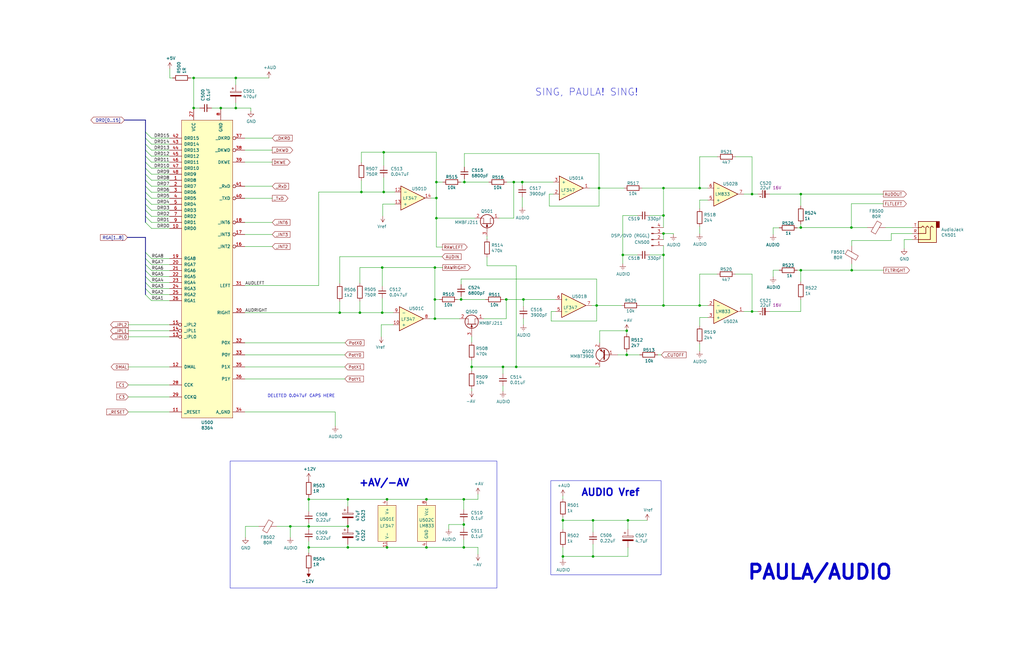
<source format=kicad_sch>
(kicad_sch (version 20230121) (generator eeschema)
  (paper "B")
  (title_block (title "AMIGA PCI") (date "2023-12-31") (rev "1"))
  (junction (at 216.662 76.835))
  (junction (at 220.218 76.835))
  (junction (at 184.023 76.835))
  (junction (at 130.175 210.693))
  (junction (at 337.693 81.915))
  (junction (at 213.487 126.365))
  (junction (at 146.685 210.693))
  (junction (at 279.781 128.905))
  (junction (at 317.119 131.445))
  (junction (at 122.428 222.123))
  (junction (at 295.021 79.375))
  (junction (at 93.091 45.593))
  (junction (at 161.798 81.026))
  (junction (at 130.175 231.013))
  (junction (at 262.636 107.569))
  (junction (at 220.726 126.365))
  (junction (at 81.661 32.893))
  (junction (at 250.063 234.823))
  (junction (at 264.795 219.583))
  (junction (at 163.195 210.693))
  (junction (at 212.09 154.813))
  (junction (at 161.163 131.953))
  (junction (at 237.363 219.583))
  (junction (at 217.678 154.813))
  (junction (at 317.119 81.915))
  (junction (at 195.58 231.013))
  (junction (at 130.175 222.123))
  (junction (at 99.441 45.593))
  (junction (at 81.661 45.593))
  (junction (at 194.437 126.365))
  (junction (at 337.693 96.012))
  (junction (at 183.388 126.365))
  (junction (at 146.685 222.123))
  (junction (at 99.441 32.893))
  (junction (at 279.781 79.375))
  (junction (at 237.363 234.823))
  (junction (at 195.834 76.835))
  (junction (at 183.388 134.493))
  (junction (at 163.195 231.013))
  (junction (at 264.287 139.573))
  (junction (at 195.58 221.361))
  (junction (at 183.388 112.903))
  (junction (at 359.156 114.046))
  (junction (at 152.4 81.026))
  (junction (at 279.781 90.932))
  (junction (at 184.023 92.075))
  (junction (at 359.029 96.012))
  (junction (at 337.693 114.046))
  (junction (at 179.832 231.013))
  (junction (at 151.765 131.953))
  (junction (at 279.781 107.569))
  (junction (at 264.287 149.733))
  (junction (at 279.781 98.552))
  (junction (at 161.163 112.903))
  (junction (at 250.063 219.583))
  (junction (at 252.603 79.375))
  (junction (at 146.685 231.013))
  (junction (at 251.587 128.905))
  (junction (at 161.798 64.262))
  (junction (at 179.832 210.693))
  (junction (at 184.023 83.566))
  (junction (at 198.882 154.813))
  (junction (at 295.021 128.905))
  (junction (at 195.58 210.693))
  (junction (at 143.256 131.953))
  (bus_entry (at 63.881 65.913) (size -2.54 -2.54))
  (bus_entry (at 63.881 88.773) (size -2.54 -2.54))
  (bus_entry (at 63.881 60.833) (size -2.54 -2.54))
  (bus_entry (at 63.881 114.173) (size -2.54 -2.54))
  (bus_entry (at 63.881 119.253) (size -2.54 -2.54))
  (bus_entry (at 63.881 83.693) (size -2.54 -2.54))
  (bus_entry (at 63.881 76.073) (size -2.54 -2.54))
  (bus_entry (at 63.881 91.313) (size -2.54 -2.54))
  (bus_entry (at 63.881 81.153) (size -2.54 -2.54))
  (bus_entry (at 63.881 63.373) (size -2.54 -2.54))
  (bus_entry (at 63.881 111.633) (size -2.54 -2.54))
  (bus_entry (at 63.881 73.533) (size -2.54 -2.54))
  (bus_entry (at 63.881 58.293) (size -2.54 -2.54))
  (bus_entry (at 63.881 68.453) (size -2.54 -2.54))
  (bus_entry (at 63.881 124.333) (size -2.54 -2.54))
  (bus_entry (at 63.881 86.233) (size -2.54 -2.54))
  (bus_entry (at 63.881 121.793) (size -2.54 -2.54))
  (bus_entry (at 63.881 96.393) (size -2.54 -2.54))
  (bus_entry (at 63.881 78.613) (size -2.54 -2.54))
  (bus_entry (at 63.881 109.093) (size -2.54 -2.54))
  (bus_entry (at 63.881 126.873) (size -2.54 -2.54))
  (bus_entry (at 63.881 116.713) (size -2.54 -2.54))
  (bus_entry (at 63.881 93.853) (size -2.54 -2.54))
  (bus_entry (at 63.881 70.993) (size -2.54 -2.54))
  (wire (pts (xy 54.102 142.113) (xy 71.501 142.113)))
  (wire (pts (xy 99.441 45.593) (xy 99.441 43.434)))
  (wire (pts (xy 130.175 210.693) (xy 146.685 210.693)))
  (wire (pts (xy 146.685 221.361) (xy 146.685 222.123)))
  (wire (pts (xy 337.693 96.012) (xy 359.029 96.012)))
  (wire (pts (xy 317.119 81.915) (xy 317.119 66.167)))
  (wire (pts (xy 250.063 229.616) (xy 250.063 234.823)))
  (wire (pts (xy 71.501 124.333) (xy 63.881 124.333)))
  (wire (pts (xy 210.439 92.075) (xy 216.662 92.075)))
  (bus (pts (xy 61.341 63.373) (xy 61.341 65.913)))
  (wire (pts (xy 183.388 112.903) (xy 161.163 112.903)))
  (wire (pts (xy 103.505 222.123) (xy 109.093 222.123)))
  (bus (pts (xy 61.341 81.153) (xy 61.341 83.693)))
  (wire (pts (xy 217.678 154.813) (xy 252.857 154.813)))
  (bus (pts (xy 61.341 88.773) (xy 61.341 91.313)))
  (bus (pts (xy 61.341 106.553) (xy 61.341 109.093)))
  (wire (pts (xy 183.388 134.493) (xy 183.388 126.365)))
  (wire (pts (xy 212.09 162.814) (xy 212.09 165.1)))
  (wire (pts (xy 103.251 173.863) (xy 141.351 173.863)))
  (wire (pts (xy 381.254 101.092) (xy 381.254 104.902)))
  (wire (pts (xy 264.287 148.463) (xy 264.287 149.733)))
  (wire (pts (xy 205.359 112.141) (xy 217.678 112.141)))
  (wire (pts (xy 71.501 65.913) (xy 63.881 65.913)))
  (wire (pts (xy 161.798 81.026) (xy 166.497 81.026)))
  (wire (pts (xy 71.501 63.373) (xy 63.881 63.373)))
  (bus (pts (xy 61.341 50.673) (xy 61.341 55.753)))
  (wire (pts (xy 184.023 92.075) (xy 184.023 104.267)))
  (wire (pts (xy 295.021 66.167) (xy 295.021 79.375)))
  (wire (pts (xy 336.169 114.046) (xy 337.693 114.046)))
  (wire (pts (xy 184.023 83.566) (xy 184.023 92.075)))
  (wire (pts (xy 216.662 76.835) (xy 220.218 76.835)))
  (wire (pts (xy 161.798 74.93) (xy 161.798 81.026)))
  (wire (pts (xy 359.156 101.473) (xy 375.793 101.473)))
  (wire (pts (xy 54.102 173.863) (xy 71.501 173.863)))
  (wire (pts (xy 71.501 93.853) (xy 63.881 93.853)))
  (wire (pts (xy 262.636 107.569) (xy 268.859 107.569)))
  (wire (pts (xy 183.388 126.365) (xy 185.293 126.365)))
  (wire (pts (xy 237.363 219.583) (xy 237.363 223.393)))
  (wire (pts (xy 103.251 154.813) (xy 145.415 154.813)))
  (wire (pts (xy 302.514 66.167) (xy 295.021 66.167)))
  (wire (pts (xy 262.636 111.252) (xy 262.636 107.569)))
  (wire (pts (xy 359.156 114.046) (xy 359.156 111.379)))
  (wire (pts (xy 234.315 131.445) (xy 232.41 131.445)))
  (wire (pts (xy 212.09 154.813) (xy 212.09 157.734)))
  (wire (pts (xy 152.4 64.262) (xy 161.798 64.262)))
  (wire (pts (xy 195.58 210.693) (xy 201.549 210.693)))
  (wire (pts (xy 279.781 107.569) (xy 279.781 128.905)))
  (wire (pts (xy 302.387 115.697) (xy 295.021 115.697)))
  (wire (pts (xy 295.021 133.985) (xy 295.021 137.541)))
  (wire (pts (xy 130.175 222.123) (xy 146.685 222.123)))
  (wire (pts (xy 313.69 81.915) (xy 317.119 81.915)))
  (wire (pts (xy 231.648 81.915) (xy 233.299 81.915)))
  (wire (pts (xy 152.4 68.58) (xy 152.4 64.262)))
  (wire (pts (xy 71.628 32.893) (xy 72.771 32.893)))
  (wire (pts (xy 203.962 134.493) (xy 213.487 134.493)))
  (wire (pts (xy 198.882 142.113) (xy 198.882 144.399)))
  (wire (pts (xy 375.793 98.552) (xy 384.683 98.552)))
  (wire (pts (xy 250.063 234.823) (xy 264.795 234.823)))
  (wire (pts (xy 295.021 79.375) (xy 298.45 79.375)))
  (wire (pts (xy 151.765 131.953) (xy 161.163 131.953)))
  (wire (pts (xy 268.859 90.932) (xy 262.636 90.932)))
  (wire (pts (xy 71.501 86.233) (xy 63.881 86.233)))
  (wire (pts (xy 130.175 210.693) (xy 130.175 215.773)))
  (wire (pts (xy 183.388 112.903) (xy 183.388 126.365)))
  (wire (pts (xy 269.748 128.905) (xy 279.781 128.905)))
  (wire (pts (xy 122.428 222.123) (xy 116.713 222.123)))
  (wire (pts (xy 146.685 231.013) (xy 163.195 231.013)))
  (wire (pts (xy 130.175 209.931) (xy 130.175 210.693)))
  (wire (pts (xy 273.939 107.569) (xy 279.781 107.569)))
  (bus (pts (xy 61.341 73.533) (xy 61.341 76.073)))
  (wire (pts (xy 195.834 76.835) (xy 206.121 76.835)))
  (wire (pts (xy 181.737 83.566) (xy 184.023 83.566)))
  (wire (pts (xy 195.834 64.77) (xy 252.603 64.77)))
  (wire (pts (xy 237.363 218.186) (xy 237.363 219.583)))
  (wire (pts (xy 146.685 231.013) (xy 130.175 231.013)))
  (wire (pts (xy 373.38 96.012) (xy 384.683 96.012)))
  (wire (pts (xy 152.4 81.026) (xy 161.798 81.026)))
  (wire (pts (xy 161.417 86.106) (xy 161.417 91.186)))
  (wire (pts (xy 183.388 134.493) (xy 193.802 134.493)))
  (wire (pts (xy 184.023 83.566) (xy 184.023 76.835)))
  (wire (pts (xy 184.023 76.835) (xy 184.023 64.262)))
  (wire (pts (xy 359.029 96.012) (xy 359.029 85.979)))
  (wire (pts (xy 252.603 79.375) (xy 252.603 64.77)))
  (wire (pts (xy 143.256 131.953) (xy 151.765 131.953)))
  (wire (pts (xy 317.119 115.697) (xy 310.007 115.697)))
  (wire (pts (xy 264.795 219.583) (xy 272.923 219.583)))
  (wire (pts (xy 152.4 76.2) (xy 152.4 81.026)))
  (wire (pts (xy 250.063 224.536) (xy 250.063 219.583)))
  (wire (pts (xy 252.857 139.573) (xy 264.287 139.573)))
  (wire (pts (xy 71.501 83.693) (xy 63.881 83.693)))
  (wire (pts (xy 231.648 81.915) (xy 231.648 86.995)))
  (wire (pts (xy 237.363 236.093) (xy 237.363 234.823)))
  (wire (pts (xy 114.808 98.933) (xy 103.251 98.933)))
  (wire (pts (xy 326.009 96.139) (xy 326.009 98.933)))
  (wire (pts (xy 71.501 76.073) (xy 63.881 76.073)))
  (wire (pts (xy 81.661 32.893) (xy 99.441 32.893)))
  (wire (pts (xy 151.765 127.127) (xy 151.765 131.953)))
  (wire (pts (xy 103.251 144.653) (xy 145.542 144.653)))
  (wire (pts (xy 217.678 112.141) (xy 217.678 154.813)))
  (wire (pts (xy 184.023 76.835) (xy 186.69 76.835)))
  (wire (pts (xy 279.781 79.375) (xy 295.021 79.375)))
  (wire (pts (xy 279.781 90.932) (xy 279.781 79.375)))
  (wire (pts (xy 248.539 79.375) (xy 252.603 79.375)))
  (wire (pts (xy 337.693 96.139) (xy 337.693 96.012)))
  (wire (pts (xy 295.021 84.455) (xy 295.021 88.011)))
  (wire (pts (xy 220.726 134.366) (xy 220.726 137.033)))
  (wire (pts (xy 195.58 227.711) (xy 195.58 231.013)))
  (wire (pts (xy 184.023 104.267) (xy 186.563 104.267)))
  (bus (pts (xy 61.341 65.913) (xy 61.341 68.453)))
  (wire (pts (xy 220.218 83.185) (xy 220.218 87.503)))
  (wire (pts (xy 186.436 108.331) (xy 143.256 108.331)))
  (wire (pts (xy 194.437 126.365) (xy 204.724 126.365)))
  (wire (pts (xy 317.119 66.167) (xy 310.134 66.167)))
  (wire (pts (xy 359.029 85.979) (xy 372.491 85.979)))
  (bus (pts (xy 61.341 50.673) (xy 52.451 50.673)))
  (wire (pts (xy 71.501 126.873) (xy 63.881 126.873)))
  (bus (pts (xy 61.341 70.993) (xy 61.341 73.533)))
  (wire (pts (xy 264.287 149.733) (xy 269.748 149.733)))
  (wire (pts (xy 232.41 135.509) (xy 251.587 135.509)))
  (wire (pts (xy 359.156 114.046) (xy 372.618 114.046)))
  (wire (pts (xy 264.795 223.393) (xy 264.795 219.583)))
  (wire (pts (xy 130.175 222.123) (xy 130.175 223.393)))
  (wire (pts (xy 54.102 139.573) (xy 71.501 139.573)))
  (wire (pts (xy 103.505 222.123) (xy 103.505 226.822)))
  (wire (pts (xy 194.437 125.095) (xy 194.437 126.365)))
  (wire (pts (xy 130.175 233.299) (xy 130.175 231.013)))
  (wire (pts (xy 80.391 32.893) (xy 81.661 32.893)))
  (wire (pts (xy 71.501 88.773) (xy 63.881 88.773)))
  (wire (pts (xy 143.256 127.254) (xy 143.256 131.953)))
  (wire (pts (xy 71.501 73.533) (xy 63.881 73.533)))
  (wire (pts (xy 195.58 231.013) (xy 201.549 231.013)))
  (wire (pts (xy 326.009 114.046) (xy 326.009 116.84)))
  (wire (pts (xy 252.603 79.375) (xy 263.144 79.375)))
  (wire (pts (xy 122.428 222.123) (xy 122.428 226.822)))
  (wire (pts (xy 250.063 219.583) (xy 264.795 219.583)))
  (wire (pts (xy 337.693 114.046) (xy 359.156 114.046)))
  (wire (pts (xy 114.808 63.373) (xy 103.251 63.373)))
  (wire (pts (xy 161.163 125.857) (xy 161.163 131.953)))
  (wire (pts (xy 237.363 234.823) (xy 250.063 234.823)))
  (wire (pts (xy 220.726 126.365) (xy 234.315 126.365)))
  (bus (pts (xy 61.341 91.313) (xy 61.341 93.853)))
  (wire (pts (xy 270.764 79.375) (xy 279.781 79.375)))
  (wire (pts (xy 99.441 35.814) (xy 99.441 32.893)))
  (wire (pts (xy 146.685 210.693) (xy 163.195 210.693)))
  (wire (pts (xy 71.501 109.093) (xy 63.881 109.093)))
  (wire (pts (xy 359.029 96.012) (xy 365.76 96.012)))
  (wire (pts (xy 279.781 90.932) (xy 279.781 96.012)))
  (wire (pts (xy 114.808 83.693) (xy 103.251 83.693)))
  (wire (pts (xy 146.685 210.693) (xy 146.685 213.741)))
  (wire (pts (xy 163.195 231.013) (xy 179.832 231.013)))
  (wire (pts (xy 161.163 131.953) (xy 165.862 131.953)))
  (wire (pts (xy 198.882 154.813) (xy 212.09 154.813)))
  (wire (pts (xy 201.549 231.013) (xy 201.549 233.934)))
  (wire (pts (xy 279.781 98.552) (xy 283.972 98.552)))
  (wire (pts (xy 328.549 96.139) (xy 326.009 96.139)))
  (wire (pts (xy 114.808 68.453) (xy 103.251 68.453)))
  (wire (pts (xy 161.163 112.903) (xy 151.765 112.903)))
  (bus (pts (xy 61.341 58.293) (xy 61.341 60.833)))
  (wire (pts (xy 54.102 154.813) (xy 71.501 154.813)))
  (wire (pts (xy 262.636 90.932) (xy 262.636 107.569)))
  (wire (pts (xy 71.501 60.833) (xy 63.881 60.833)))
  (wire (pts (xy 359.156 103.759) (xy 359.156 101.473)))
  (wire (pts (xy 130.175 231.013) (xy 130.175 228.473)))
  (bus (pts (xy 61.341 60.833) (xy 61.341 63.373)))
  (wire (pts (xy 166.497 86.106) (xy 161.417 86.106)))
  (wire (pts (xy 298.45 84.455) (xy 295.021 84.455)))
  (wire (pts (xy 114.808 78.613) (xy 103.251 78.613)))
  (wire (pts (xy 231.648 86.995) (xy 252.603 86.995)))
  (bus (pts (xy 61.341 100.203) (xy 53.721 100.203)))
  (wire (pts (xy 298.45 133.985) (xy 295.021 133.985)))
  (wire (pts (xy 103.251 159.893) (xy 145.415 159.893)))
  (wire (pts (xy 375.793 101.473) (xy 375.793 98.552)))
  (wire (pts (xy 71.501 119.253) (xy 63.881 119.253)))
  (wire (pts (xy 337.693 86.868) (xy 337.693 81.915)))
  (wire (pts (xy 220.218 78.105) (xy 220.218 76.835)))
  (wire (pts (xy 163.195 210.693) (xy 179.832 210.693)))
  (wire (pts (xy 337.693 126.492) (xy 337.693 131.445)))
  (wire (pts (xy 134.366 81.026) (xy 152.4 81.026)))
  (wire (pts (xy 179.832 210.693) (xy 195.58 210.693)))
  (wire (pts (xy 71.501 70.993) (xy 63.881 70.993)))
  (wire (pts (xy 189.23 221.361) (xy 189.23 223.266)))
  (wire (pts (xy 279.781 90.932) (xy 273.939 90.932)))
  (wire (pts (xy 317.119 131.445) (xy 317.119 115.697)))
  (wire (pts (xy 279.781 98.552) (xy 279.781 101.092)))
  (wire (pts (xy 195.58 220.091) (xy 195.58 221.361)))
  (wire (pts (xy 184.023 92.075) (xy 200.279 92.075)))
  (wire (pts (xy 189.23 221.361) (xy 195.58 221.361)))
  (wire (pts (xy 141.351 179.832) (xy 141.351 173.863)))
  (wire (pts (xy 198.882 152.019) (xy 198.882 154.813)))
  (wire (pts (xy 295.021 115.697) (xy 295.021 128.905)))
  (wire (pts (xy 71.501 78.613) (xy 63.881 78.613)))
  (bus (pts (xy 61.341 121.793) (xy 61.341 124.333)))
  (wire (pts (xy 324.612 131.445) (xy 337.693 131.445)))
  (wire (pts (xy 324.612 81.915) (xy 337.693 81.915)))
  (wire (pts (xy 237.363 209.296) (xy 237.363 210.566)))
  (wire (pts (xy 179.832 231.013) (xy 195.58 231.013)))
  (wire (pts (xy 216.662 76.835) (xy 213.741 76.835)))
  (wire (pts (xy 220.726 129.286) (xy 220.726 126.365)))
  (wire (pts (xy 103.251 131.953) (xy 143.256 131.953)))
  (wire (pts (xy 336.169 96.139) (xy 337.693 96.139)))
  (wire (pts (xy 195.834 70.485) (xy 195.834 64.77)))
  (wire (pts (xy 337.693 114.046) (xy 337.693 118.872)))
  (wire (pts (xy 205.359 99.695) (xy 205.359 100.838)))
  (wire (pts (xy 181.102 134.493) (xy 183.388 134.493)))
  (wire (pts (xy 161.798 64.262) (xy 161.798 69.85)))
  (wire (pts (xy 71.501 68.453) (xy 63.881 68.453)))
  (bus (pts (xy 61.341 86.233) (xy 61.341 88.773)))
  (wire (pts (xy 183.388 112.903) (xy 186.69 112.903)))
  (wire (pts (xy 237.363 231.013) (xy 237.363 234.823)))
  (wire (pts (xy 295.021 95.631) (xy 295.021 98.679)))
  (wire (pts (xy 146.685 231.013) (xy 146.685 229.743)))
  (wire (pts (xy 114.808 104.013) (xy 103.251 104.013)))
  (wire (pts (xy 71.501 121.793) (xy 63.881 121.793)))
  (wire (pts (xy 216.662 92.075) (xy 216.662 76.835)))
  (wire (pts (xy 337.693 96.012) (xy 337.693 94.488)))
  (wire (pts (xy 220.218 76.835) (xy 233.299 76.835)))
  (wire (pts (xy 54.102 137.033) (xy 71.501 137.033)))
  (wire (pts (xy 277.368 149.733) (xy 278.892 149.733)))
  (wire (pts (xy 198.882 154.813) (xy 198.882 156.464)))
  (wire (pts (xy 195.58 221.361) (xy 195.58 222.631)))
  (wire (pts (xy 279.781 103.632) (xy 279.781 107.569)))
  (wire (pts (xy 212.09 154.813) (xy 217.678 154.813)))
  (wire (pts (xy 283.972 98.552) (xy 283.972 98.933)))
  (bus (pts (xy 61.341 100.203) (xy 61.341 106.553)))
  (wire (pts (xy 114.808 93.853) (xy 103.251 93.853)))
  (wire (pts (xy 71.501 91.313) (xy 63.881 91.313)))
  (wire (pts (xy 264.795 234.823) (xy 264.795 231.013)))
  (wire (pts (xy 71.501 81.153) (xy 63.881 81.153)))
  (wire (pts (xy 328.549 114.046) (xy 326.009 114.046)))
  (wire (pts (xy 161.798 64.262) (xy 184.023 64.262)))
  (wire (pts (xy 260.477 149.733) (xy 264.287 149.733)))
  (wire (pts (xy 205.359 108.458) (xy 205.359 112.141)))
  (wire (pts (xy 213.487 126.365) (xy 220.726 126.365)))
  (wire (pts (xy 319.532 131.445) (xy 317.119 131.445)))
  (bus (pts (xy 61.341 111.633) (xy 61.341 114.173)))
  (wire (pts (xy 384.683 101.092) (xy 381.254 101.092)))
  (wire (pts (xy 99.441 32.893) (xy 113.411 32.893)))
  (bus (pts (xy 61.341 78.613) (xy 61.341 81.153)))
  (wire (pts (xy 143.256 108.331) (xy 143.256 119.634)))
  (bus (pts (xy 61.341 114.173) (xy 61.341 116.713)))
  (wire (pts (xy 71.501 116.713) (xy 63.881 116.713)))
  (wire (pts (xy 103.251 149.733) (xy 145.415 149.733)))
  (wire (pts (xy 279.781 128.905) (xy 295.021 128.905)))
  (wire (pts (xy 295.021 128.905) (xy 298.45 128.905)))
  (wire (pts (xy 192.913 126.365) (xy 194.437 126.365)))
  (wire (pts (xy 103.251 120.523) (xy 134.366 120.523)))
  (wire (pts (xy 194.437 117.729) (xy 251.587 117.729)))
  (wire (pts (xy 71.628 28.956) (xy 71.628 32.893)))
  (wire (pts (xy 81.661 45.593) (xy 81.661 32.893)))
  (wire (pts (xy 295.021 145.161) (xy 295.021 148.209)))
  (wire (pts (xy 251.587 128.905) (xy 262.128 128.905)))
  (wire (pts (xy 195.834 75.565) (xy 195.834 76.835)))
  (wire (pts (xy 71.501 96.393) (xy 63.881 96.393)))
  (wire (pts (xy 93.091 45.593) (xy 99.441 45.593)))
  (bus (pts (xy 61.341 116.713) (xy 61.341 119.253)))
  (bus (pts (xy 61.341 76.073) (xy 61.341 78.613)))
  (wire (pts (xy 89.281 45.593) (xy 93.091 45.593)))
  (wire (pts (xy 213.487 126.365) (xy 212.344 126.365)))
  (wire (pts (xy 251.587 135.509) (xy 251.587 128.905)))
  (wire (pts (xy 99.441 45.593) (xy 105.791 45.593)))
  (wire (pts (xy 213.487 134.493) (xy 213.487 126.365)))
  (wire (pts (xy 84.201 45.593) (xy 81.661 45.593)))
  (bus (pts (xy 61.341 68.453) (xy 61.341 70.993)))
  (wire (pts (xy 252.603 86.995) (xy 252.603 79.375)))
  (wire (pts (xy 151.765 112.903) (xy 151.765 119.507)))
  (bus (pts (xy 61.341 55.753) (xy 61.341 58.293)))
  (wire (pts (xy 114.808 58.293) (xy 103.251 58.293)))
  (wire (pts (xy 201.549 210.693) (xy 201.549 208.534)))
  (wire (pts (xy 130.175 220.853) (xy 130.175 222.123)))
  (wire (pts (xy 134.366 120.523) (xy 134.366 81.026)))
  (wire (pts (xy 237.363 219.583) (xy 250.063 219.583)))
  (wire (pts (xy 54.102 167.513) (xy 71.501 167.513)))
  (bus (pts (xy 61.341 83.693) (xy 61.341 86.233)))
  (wire (pts (xy 313.69 131.445) (xy 317.119 131.445)))
  (wire (pts (xy 198.882 164.084) (xy 198.882 164.973)))
  (wire (pts (xy 194.31 76.835) (xy 195.834 76.835)))
  (wire (pts (xy 264.287 139.573) (xy 264.287 140.843)))
  (wire (pts (xy 232.41 131.445) (xy 232.41 135.509)))
  (bus (pts (xy 61.341 109.093) (xy 61.341 111.633)))
  (wire (pts (xy 105.791 45.593) (xy 105.791 46.863)))
  (wire (pts (xy 165.862 137.033) (xy 160.782 137.033)))
  (wire (pts (xy 54.102 162.433) (xy 71.501 162.433)))
  (wire (pts (xy 194.437 120.015) (xy 194.437 117.729)))
  (wire (pts (xy 71.501 114.173) (xy 63.881 114.173)))
  (wire (pts (xy 251.587 128.905) (xy 251.587 117.729)))
  (wire (pts (xy 161.163 112.903) (xy 161.163 120.777)))
  (wire (pts (xy 337.693 81.915) (xy 372.491 81.915)))
  (wire (pts (xy 71.501 58.293) (xy 63.881 58.293)))
  (wire (pts (xy 195.58 210.693) (xy 195.58 215.011)))
  (wire (pts (xy 160.782 137.033) (xy 160.782 142.113)))
  (wire (pts (xy 122.428 222.123) (xy 130.175 222.123)))
  (wire (pts (xy 252.857 144.653) (xy 252.857 139.573)))
  (bus (pts (xy 61.341 119.253) (xy 61.341 121.793)))
  (wire (pts (xy 71.501 111.633) (xy 63.881 111.633)))
  (wire (pts (xy 319.532 81.915) (xy 317.119 81.915)))
  (wire (pts (xy 249.555 128.905) (xy 251.587 128.905)))
  (rectangle (start 232.283 202.819) (end 278.765 242.57))
  (rectangle (start 97.028 194.564) (end 209.55 248.158))
  (text "AUDIO Vref" (at 270.002 209.677 0) (effects (font (size 3 3) (thickness 0.6) bold) (justify right bottom)))
  (text "SING, PAULA! SING!" (at 225.552 40.767 0) (effects (font (size 3 3)) (justify left bottom)))
  (text "+AV/-AV" (at 172.847 205.613 0) (effects (font (size 3 3) (thickness 0.6) bold) (justify right bottom)))
  (text "DELETED 0.047uF CAPS HERE" (at 112.776 167.894 0) (effects (font (size 1.27 1.27)) (justify left bottom)))
  (text "PAULA/AUDIO" (at 314.833 245.11 0) (effects (font (size 6 6) (thickness 1.2) bold) (justify left bottom)))
  (label "DRD2" (at 71.501 91.313 180) (effects (font (size 1.2954 1.2954))))
  (label "DRD3" (at 71.501 88.773 180) (effects (font (size 1.2954 1.2954))))
  (label "DRD6" (at 71.501 81.153 180) (effects (font (size 1.2954 1.2954))))
  (label "DRD14" (at 71.501 60.833 180) (effects (font (size 1.2954 1.2954))))
  (label "DRD7" (at 71.501 78.613 180) (effects (font (size 1.2954 1.2954))))
  (label "DRD0" (at 71.501 96.393 180) (effects (font (size 1.2954 1.2954))))
  (label "RGA7" (at 63.881 111.633 0) (effects (font (size 1.2954 1.2954))))
  (label "RGA4" (at 63.881 119.253 0) (effects (font (size 1.2954 1.2954))))
  (label "DRD4" (at 71.501 86.233 180) (effects (font (size 1.2954 1.2954))))
  (label "RGA6" (at 63.881 114.173 0) (effects (font (size 1.2954 1.2954))))
  (label "DRD5" (at 71.501 83.693 180) (effects (font (size 1.2954 1.2954))))
  (label "RGA3" (at 63.881 121.793 0) (effects (font (size 1.2954 1.2954))))
  (label "AUDRIGHT" (at 103.378 131.953 0))
  (label "DRD11" (at 71.501 68.453 180) (effects (font (size 1.2954 1.2954))))
  (label "RGA2" (at 63.881 124.333 0) (effects (font (size 1.2954 1.2954))))
  (label "DRD8" (at 71.501 76.073 180) (effects (font (size 1.2954 1.2954))))
  (label "DRD1" (at 71.501 93.853 180) (effects (font (size 1.2954 1.2954))))
  (label "DRD9" (at 71.501 73.533 180) (effects (font (size 1.2954 1.2954))))
  (label "DRD13" (at 71.501 63.373 180) (effects (font (size 1.2954 1.2954))))
  (label "DRD15" (at 71.501 58.293 180) (effects (font (size 1.2954 1.2954))))
  (label "RGA8" (at 63.881 109.093 0) (effects (font (size 1.2954 1.2954))))
  (label "AUDLEFT" (at 103.378 120.523 0))
  (label "RGA5" (at 63.881 116.713 0) (effects (font (size 1.2954 1.2954))))
  (label "DRD10" (at 71.501 70.993 180) (effects (font (size 1.2954 1.2954))))
  (label "RGA1" (at 63.881 126.873 0) (effects (font (size 1.2954 1.2954))))
  (label "DRD12" (at 71.501 65.913 180) (effects (font (size 1.2954 1.2954))))
  (global_label "_INT2" (shape input) (at 114.808 104.013 0) (property "Intersheetrefs" "${INTERSHEET_REFS}" (at 122.7938 104.013 0) (effects (justify left))))
  (global_label "FLTRIGHT" (shape output) (at 372.618 114.046 0) (property "Intersheetrefs" "${INTERSHEET_REFS}" (at 384.051 114.046 0) (effects (justify left))))
  (global_label "PotX1" (shape input) (at 145.415 154.813 0) (property "Intersheetrefs" "${INTERSHEET_REFS}" (at 153.8845 154.813 0) (effects (justify left))))
  (global_label "DMAL" (shape output) (at 54.102 154.813 180) (property "Intersheetrefs" "${INTERSHEET_REFS}" (at 46.3581 154.813 0) (effects (justify right))))
  (global_label "_INT6" (shape input) (at 114.808 93.853 0) (property "Intersheetrefs" "${INTERSHEET_REFS}" (at 122.7938 93.853 0) (effects (justify left))))
  (global_label "DRD[0..15]" (shape bidirectional) (at 52.451 50.673 180) (effects (font (size 1.2954 1.2954))) (property "Intersheetrefs" "${INTERSHEET_REFS}" (at 37.8058 50.673 0) (effects (justify right))))
  (global_label "AUDIN" (shape input) (at 186.436 108.331 0) (property "Intersheetrefs" "${INTERSHEET_REFS}" (at 194.9662 108.331 0) (effects (justify left))))
  (global_label "C1" (shape input) (at 54.102 162.433 180) (property "Intersheetrefs" "${INTERSHEET_REFS}" (at 48.7167 162.433 0) (effects (justify right))))
  (global_label "PotY0" (shape input) (at 145.415 149.733 0) (property "Intersheetrefs" "${INTERSHEET_REFS}" (at 153.7636 149.733 0) (effects (justify left))))
  (global_label "_IPL0" (shape output) (at 54.102 142.113 180) (property "Intersheetrefs" "${INTERSHEET_REFS}" (at 46.1162 142.113 0) (effects (justify right))))
  (global_label "C3" (shape input) (at 54.102 167.513 180) (property "Intersheetrefs" "${INTERSHEET_REFS}" (at 48.7167 167.513 0) (effects (justify right))))
  (global_label "_RxD" (shape input) (at 114.808 78.613 0) (property "Intersheetrefs" "${INTERSHEET_REFS}" (at 122.2495 78.613 0) (effects (justify left))))
  (global_label "PotY1" (shape input) (at 145.415 159.893 0) (property "Intersheetrefs" "${INTERSHEET_REFS}" (at 153.7636 159.893 0) (effects (justify left))))
  (global_label "PotX0" (shape input) (at 145.542 144.653 0) (property "Intersheetrefs" "${INTERSHEET_REFS}" (at 154.0115 144.653 0) (effects (justify left))))
  (global_label "DKWE" (shape output) (at 114.808 68.453 0) (property "Intersheetrefs" "${INTERSHEET_REFS}" (at 122.8542 68.453 0) (effects (justify left))))
  (global_label "RGA[1..8]" (shape input) (at 53.721 100.203 180) (property "Intersheetrefs" "${INTERSHEET_REFS}" (at 41.8646 100.203 0) (effects (justify right))))
  (global_label "FLTLEFT" (shape output) (at 372.491 85.979 0) (property "Intersheetrefs" "${INTERSHEET_REFS}" (at 382.7144 85.979 0) (effects (justify left))))
  (global_label "_IPL1" (shape output) (at 54.102 139.573 180) (property "Intersheetrefs" "${INTERSHEET_REFS}" (at 46.1162 139.573 0) (effects (justify right))))
  (global_label "_RESET" (shape input) (at 54.102 173.863 180) (property "Intersheetrefs" "${INTERSHEET_REFS}" (at 44.4835 173.863 0) (effects (justify right))))
  (global_label "_DKRD" (shape input) (at 114.808 58.293 0) (property "Intersheetrefs" "${INTERSHEET_REFS}" (at 123.7614 58.293 0) (effects (justify left))))
  (global_label "_DKWD" (shape output) (at 114.808 63.373 0) (property "Intersheetrefs" "${INTERSHEET_REFS}" (at 123.9428 63.373 0) (effects (justify left))))
  (global_label "RAWRIGHT" (shape output) (at 186.69 112.903 0) (property "Intersheetrefs" "${INTERSHEET_REFS}" (at 198.8487 112.903 0) (effects (justify left))))
  (global_label "_TxD" (shape output) (at 114.808 83.693 0) (property "Intersheetrefs" "${INTERSHEET_REFS}" (at 121.9471 83.693 0) (effects (justify left))))
  (global_label "RAWLEFT" (shape output) (at 186.563 104.267 0) (property "Intersheetrefs" "${INTERSHEET_REFS}" (at 197.5121 104.267 0) (effects (justify left))))
  (global_label "_IPL2" (shape output) (at 54.102 137.033 180) (property "Intersheetrefs" "${INTERSHEET_REFS}" (at 46.1162 137.033 0) (effects (justify right))))
  (global_label "_CUTOFF" (shape input) (at 278.892 149.733 0) (property "Intersheetrefs" "${INTERSHEET_REFS}" (at 289.8412 149.733 0) (effects (justify left))))
  (global_label "AUDOUT" (shape output) (at 372.491 81.915 0) (property "Intersheetrefs" "${INTERSHEET_REFS}" (at 382.7145 81.915 0) (effects (justify left))))
  (global_label "_INT3" (shape input) (at 114.808 98.933 0) (property "Intersheetrefs" "${INTERSHEET_REFS}" (at 122.7938 98.933 0) (effects (justify left))))
  (symbol (lib_id "AmigaPCI-Symbols:AUDIO GND") (at 122.428 226.822 0) (unit 1)
    (property "Reference" "#PWR091" (effects hide))
    (property "Value" "AUDIO" (at 122.555 231.2162 0))
    (instances (project "AmigaPCI Mainboard" (path "" (reference "#PWR091") (unit 1))) (project "2000ATX" (path "" (reference "#PWR0287") (unit 1))))
  )
  (symbol (lib_id "AmigaPCI-Symbols:+AV") (at 201.549 208.534 0) (unit 1)
    (property "Reference" "#+AV02" (effects hide))
    (property "Value" "+AV" (at 201.93 204.1398 0))
    (instances (project "AmigaPCI Mainboard" (path "" (reference "#+AV02") (unit 1))) (project "2000ATX" (path "" (reference "#+AV0101") (unit 1))))
  )
  (symbol (lib_id "Device:C_Small") (at 130.175 218.313 0) (unit 1)
    (property "Reference" "C508" (at 133.096 217.1446 0) (effects (justify left)))
    (property "Value" "0.22uF" (at 133.096 219.456 0) (effects (justify left)))
    (property "Footprint" "Capacitor_SMD:C_0603_1608Metric" (effects hide))
    (instances (project "AmigaPCI Mainboard" (path "" (reference "C508") (unit 1))) (project "2000ATX" (path "" (reference "C220") (unit 1))))
  )
  (symbol (lib_id "AmigaPCI-Symbols:Ferrite_Bead") (at 369.57 96.012 90) (unit 1)
    (property "Reference" "FB500" (at 369.57 89.0524 90))
    (property "Value" "80R" (at 369.57 91.3638 90))
    (property "Footprint" "Capacitor_SMD:C_0805_2012Metric" (effects hide))
    (instances (project "AmigaPCI Mainboard" (path "" (reference "FB500") (unit 1))) (project "2000ATX" (path "" (reference "FB401") (unit 1)) (path "" (reference "FB401") (unit 1))))
  )
  (symbol (lib_id "AmigaPCI-Symbols:+AV") (at 264.287 139.573 0) (unit 1)
    (property "Reference" "#+AV03" (effects hide))
    (property "Value" "+AV" (at 264.668 135.1788 0))
    (instances (project "AmigaPCI Mainboard" (path "" (reference "#+AV03") (unit 1))) (project "2000ATX" (path "" (reference "#+AV0102") (unit 1))))
  )
  (symbol (lib_id "power:+5V") (at 71.628 28.956 0) (unit 1)
    (property "Reference" "#PWR069" (effects hide))
    (property "Value" "+5V" (at 72.009 24.5618 0))
    (instances (project "AmigaPCI Mainboard" (path "" (reference "#PWR069") (unit 1))) (project "2000ATX" (path "" (reference "#PWR0276") (unit 1))))
  )
  (symbol (lib_id "Device:C_Polarized") (at 146.685 217.551 0) (unit 1)
    (property "Reference" "C523" (at 153.162 217.551 90))
    (property "Value" "47uF" (at 150.8506 217.551 90))
    (property "Footprint" "Capacitor_THT:CP_Radial_D5.0mm_P2.00mm" (effects hide))
    (instances (project "AmigaPCI Mainboard" (path "" (reference "C523") (unit 1))) (project "2000ATX" (path "" (reference "C222") (unit 1)) (path "" (reference "C222") (unit 1))))
  )
  (symbol (lib_id "Device:R") (at 143.256 123.444 0) (unit 1)
    (property "Reference" "R506" (at 145.034 122.2756 0) (effects (justify left)))
    (property "Value" "1k2" (at 145.034 124.587 0) (effects (justify left)))
    (property "Footprint" "Resistor_SMD:R_0603_1608Metric" (effects hide))
    (instances (project "AmigaPCI Mainboard" (path "" (reference "R506") (unit 1))) (project "2000ATX" (path "" (reference "R210") (unit 1))))
  )
  (symbol (lib_id "Connector:Conn_01x04_Pin") (at 274.701 101.092 0) (mirror x) (unit 1)
    (property "Reference" "CN500" (at 270.764 102.235 0))
    (property "Value" "DSP/DVD (RGGL)" (at 265.811 99.441 0))
    (property "Footprint" "Connector_PinHeader_2.54mm:PinHeader_1x04_P2.54mm_Vertical" (effects hide))
    (property "Part Number" "5-103639-3" (effects hide))
  )
  (symbol (lib_id "power:-12V") (at 130.175 240.919 180) (unit 1)
    (property "Reference" "#PWR093" (effects hide))
    (property "Value" "-12V" (at 129.794 245.3132 0))
    (instances (project "AmigaPCI Mainboard" (path "" (reference "#PWR093") (unit 1))) (project "2000ATX" (path "" (reference "#PWR0286") (unit 1))))
  )
  (symbol (lib_id "Device:R") (at 337.693 122.682 0) (unit 1)
    (property "Reference" "R522" (at 339.471 121.5136 0) (effects (justify left)))
    (property "Value" "1k" (at 339.471 123.825 0) (effects (justify left)))
    (property "Footprint" "Resistor_SMD:R_0603_1608Metric" (effects hide))
    (instances (project "AmigaPCI Mainboard" (path "" (reference "R522") (unit 1))) (project "2000ATX" (path "" (reference "R210") (unit 1))))
  )
  (symbol (lib_id "Device:R") (at 295.021 141.351 0) (unit 1)
    (property "Reference" "R519" (at 296.799 140.1826 0) (effects (justify left)))
    (property "Value" "2k4" (at 296.799 142.494 0) (effects (justify left)))
    (property "Footprint" "Resistor_SMD:R_0603_1608Metric" (effects hide))
    (instances (project "AmigaPCI Mainboard" (path "" (reference "R519") (unit 1))) (project "2000ATX" (path "" (reference "R210") (unit 1))))
  )
  (symbol (lib_id "Transistor_BJT:MMBT3906") (at 255.397 149.733 180) (unit 1)
    (property "Reference" "Q502" (at 250.571 148.336 0) (effects (justify left)))
    (property "Value" "MMBT3906" (at 250.571 150.368 0) (effects (justify left)))
    (property "Footprint" "Package_TO_SOT_SMD:SOT-23" (effects hide))
    (property "Datasheet" "https://www.onsemi.com/pdf/datasheet/pzt3906-d.pdf" (effects hide))
    (instances (project "AmigaPCI Mainboard" (path "" (reference "Q502") (unit 1))) (project "2000ATX" (path "" (reference "Q202") (unit 1))))
  )
  (symbol (lib_id "AmigaPCI-Symbols:LF347") (at 172.847 83.566 0) (mirror x) (unit 4)
    (property "Reference" "U501" (at 176.784 79.629 0))
    (property "Value" "LF347" (at 172.847 83.693 0))
    (property "Footprint" "Package_SO:SOIC-14_3.9x8.7mm_P1.27mm" (effects hide))
    (instances (project "AmigaPCI Mainboard" (path "" (reference "U501") (unit 4))) (project "2000ATX" (path "" (reference "U204") (unit 3))))
  )
  (symbol (lib_id "Device:R") (at 151.765 123.317 0) (unit 1)
    (property "Reference" "R505" (at 153.543 122.1486 0) (effects (justify left)))
    (property "Value" "750R" (at 153.543 124.46 0) (effects (justify left)))
    (property "Footprint" "Resistor_SMD:R_0603_1608Metric" (effects hide))
    (instances (project "AmigaPCI Mainboard" (path "" (reference "R505") (unit 1))) (project "2000ATX" (path "" (reference "R210") (unit 1))))
  )
  (symbol (lib_id "Device:C_Small") (at 220.726 131.826 0) (unit 1)
    (property "Reference" "C516" (at 223.647 130.6576 0) (effects (justify left)))
    (property "Value" "3900pF" (at 223.647 132.969 0) (effects (justify left)))
    (property "Footprint" "Capacitor_SMD:C_0603_1608Metric" (effects hide))
    (instances (project "AmigaPCI Mainboard" (path "" (reference "C516") (unit 1))) (project "2000ATX" (path "" (reference "C212") (unit 1))))
  )
  (symbol (lib_id "AmigaPCI-Symbols:AUDIO GND") (at 295.021 148.209 0) (unit 1)
    (property "Reference" "#PWR080" (effects hide))
    (property "Value" "AUDIO" (at 295.148 152.6032 0))
    (instances (project "AmigaPCI Mainboard" (path "" (reference "#PWR080") (unit 1))) (project "2000ATX" (path "" (reference "#PWR0283") (unit 1))))
  )
  (symbol (lib_id "AmigaPCI-Symbols:-AV") (at 201.549 233.934 180) (unit 1)
    (property "Reference" "#-AV02" (effects hide))
    (property "Value" "-AV" (at 201.168 238.3282 0))
    (instances (project "AmigaPCI Mainboard" (path "" (reference "#-AV02") (unit 1))) (project "2000ATX" (path "" (reference "#-AV0101") (unit 1))))
  )
  (symbol (lib_id "AmigaPCI-Symbols:VREF") (at 160.782 142.113 180) (unit 1)
    (property "Reference" "#VREF04" (effects hide))
    (property "Value" "VREF" (at 160.401 146.5072 0))
    (instances (project "AmigaPCI Mainboard" (path "" (reference "#VREF04") (unit 1))) (project "2000ATX" (path "" (reference "#VREF0101") (unit 1))))
  )
  (symbol (lib_id "Device:C_Small") (at 220.218 80.645 0) (unit 1)
    (property "Reference" "C517" (at 223.139 79.4766 0) (effects (justify left)))
    (property "Value" "3900pF" (at 223.139 81.788 0) (effects (justify left)))
    (property "Footprint" "Capacitor_SMD:C_0603_1608Metric" (effects hide))
    (instances (project "AmigaPCI Mainboard" (path "" (reference "C517") (unit 1))) (project "2000ATX" (path "" (reference "C212") (unit 1))))
  )
  (symbol (lib_id "Device:R") (at 205.359 104.648 0) (unit 1)
    (property "Reference" "R514" (at 207.137 103.4796 0) (effects (justify left)))
    (property "Value" "470k" (at 207.137 105.791 0) (effects (justify left)))
    (property "Footprint" "Resistor_SMD:R_0603_1608Metric" (effects hide))
    (instances (project "AmigaPCI Mainboard" (path "" (reference "R514") (unit 1))) (project "2000ATX" (path "" (reference "R210") (unit 1))))
  )
  (symbol (lib_id "AmigaPCI-Symbols:AUDIO GND") (at 212.09 165.1 0) (unit 1)
    (property "Reference" "#PWR071" (effects hide))
    (property "Value" "AUDIO" (at 212.217 169.4942 0))
    (instances (project "AmigaPCI Mainboard" (path "" (reference "#PWR071") (unit 1))) (project "2000ATX" (path "" (reference "#PWR0283") (unit 1))))
  )
  (symbol (lib_id "AmigaPCI-Symbols:AUDIO GND") (at 141.351 179.832 0) (unit 1)
    (property "Reference" "#PWR076" (effects hide))
    (property "Value" "AUDIO" (at 141.478 184.2262 0))
    (instances (project "AmigaPCI Mainboard" (path "" (reference "#PWR076") (unit 1))) (project "2000ATX" (path "" (reference "#PWR0218") (unit 1))))
  )
  (symbol (lib_id "Device:R") (at 337.693 90.678 0) (mirror x) (unit 1)
    (property "Reference" "R524" (at 339.217 89.8906 0) (effects (justify left)))
    (property "Value" "1k" (at 339.217 92.202 0) (effects (justify left)))
    (property "Footprint" "Resistor_SMD:R_0603_1608Metric" (effects hide))
    (instances (project "AmigaPCI Mainboard" (path "" (reference "R524") (unit 1))) (project "2000ATX" (path "" (reference "R210") (unit 1))))
  )
  (symbol (lib_id "Device:R") (at 306.324 66.167 90) (unit 1)
    (property "Reference" "R521" (at 308.864 64.135 90) (effects (justify left)))
    (property "Value" "4k7" (at 308.102 68.453 90) (effects (justify left)))
    (property "Footprint" "Resistor_SMD:R_0603_1608Metric" (effects hide))
    (instances (project "AmigaPCI Mainboard" (path "" (reference "R521") (unit 1))) (project "2000ATX" (path "" (reference "R210") (unit 1))))
  )
  (symbol (lib_id "Device:C_Polarized_Small") (at 322.072 131.445 90) (unit 1)
    (property "Reference" "C521" (at 322.834 126.873 90))
    (property "Value" "22uF" (at 322.834 128.794 90))
    (property "Footprint" "Capacitor_THT:CP_Radial_D5.0mm_P2.00mm" (effects hide))
    (property "Volts" "16V" (at 327.66 128.778 90))
  )
  (symbol (lib_id "AmigaPCI-Symbols:+AUD") (at 237.363 209.296 0) (unit 1)
    (property "Reference" "#PWR094" (effects hide))
    (property "Value" "+AUD" (at 237.744 204.9018 0))
    (instances (project "AmigaPCI Mainboard" (path "" (reference "#PWR094") (unit 1))) (project "2000ATX" (path "" (reference "#PWR0279") (unit 1))))
  )
  (symbol (lib_id "AmigaPCI-Symbols:LF347") (at 163.195 220.853 0) (mirror y) (unit 5)
    (property "Reference" "U501" (at 163.195 219.075 0))
    (property "Value" "LF347" (at 163.195 221.996 0))
    (property "Footprint" "Package_SO:SOIC-14_3.9x8.7mm_P1.27mm" (effects hide))
    (instances (project "AmigaPCI Mainboard" (path "" (reference "U501") (unit 5))) (project "2000ATX" (path "" (reference "U204") (unit 5))))
  )
  (symbol (lib_id "Device:R") (at 130.175 237.109 0) (unit 1)
    (property "Reference" "R504" (at 131.953 235.9406 0) (effects (justify left)))
    (property "Value" "1R" (at 131.953 238.252 0) (effects (justify left)))
    (property "Footprint" "Resistor_SMD:R_0603_1608Metric" (effects hide))
    (instances (project "AmigaPCI Mainboard" (path "" (reference "R504") (unit 1))) (project "2000ATX" (path "" (reference "R208") (unit 1))))
  )
  (symbol (lib_id "Device:R") (at 152.4 72.39 0) (unit 1)
    (property "Reference" "R507" (at 154.178 71.2216 0) (effects (justify left)))
    (property "Value" "750R" (at 154.178 73.533 0) (effects (justify left)))
    (property "Footprint" "Resistor_SMD:R_0603_1608Metric" (effects hide))
    (instances (project "AmigaPCI Mainboard" (path "" (reference "R507") (unit 1))) (project "2000ATX" (path "" (reference "R210") (unit 1))))
  )
  (symbol (lib_id "Device:C_Small") (at 161.798 72.39 0) (unit 1)
    (property "Reference" "C513" (at 164.719 71.2216 0) (effects (justify left)))
    (property "Value" "0.047uF" (at 164.719 73.533 0) (effects (justify left)))
    (property "Footprint" "Capacitor_SMD:C_0603_1608Metric" (effects hide))
    (instances (project "AmigaPCI Mainboard" (path "" (reference "C513") (unit 1))) (project "2000ATX" (path "" (reference "C212") (unit 1))))
  )
  (symbol (lib_id "AmigaPCI-Symbols:Ferrite_Bead") (at 359.156 107.569 180) (unit 1)
    (property "Reference" "FB501" (at 353.3775 106.3879 0))
    (property "Value" "80R" (at 353.3775 108.6993 0))
    (property "Footprint" "Capacitor_SMD:C_0805_2012Metric" (effects hide))
    (instances (project "AmigaPCI Mainboard" (path "" (reference "FB501") (unit 1))) (project "2000ATX" (path "" (reference "FB401") (unit 1)) (path "" (reference "FB401") (unit 1))))
  )
  (symbol (lib_id "Device:R") (at 266.954 79.375 90) (unit 1)
    (property "Reference" "R517" (at 269.494 77.343 90) (effects (justify left)))
    (property "Value" "10k" (at 268.732 81.661 90) (effects (justify left)))
    (property "Footprint" "Resistor_SMD:R_0603_1608Metric" (effects hide))
    (instances (project "AmigaPCI Mainboard" (path "" (reference "R517") (unit 1))) (project "2000ATX" (path "" (reference "R210") (unit 1))))
  )
  (symbol (lib_id "Device:R") (at 332.359 96.139 90) (mirror x) (unit 1)
    (property "Reference" "R526" (at 334.772 94.234 90) (effects (justify left)))
    (property "Value" "1k" (at 333.629 98.425 90) (effects (justify left)))
    (property "Footprint" "Resistor_SMD:R_0603_1608Metric" (effects hide))
    (instances (project "AmigaPCI Mainboard" (path "" (reference "R526") (unit 1))) (project "2000ATX" (path "" (reference "R210") (unit 1))))
  )
  (symbol (lib_id "Device:C_Small") (at 194.437 122.555 0) (unit 1)
    (property "Reference" "C524" (at 197.358 121.3866 0) (effects (justify left)))
    (property "Value" "6800pF" (at 197.358 123.698 0) (effects (justify left)))
    (property "Footprint" "Capacitor_SMD:C_0603_1608Metric" (effects hide))
    (instances (project "AmigaPCI Mainboard" (path "" (reference "C524") (unit 1))) (project "2000ATX" (path "" (reference "C212") (unit 1))))
  )
  (symbol (lib_id "Device:R") (at 198.882 160.274 0) (unit 1)
    (property "Reference" "R509" (at 200.66 159.1056 0) (effects (justify left)))
    (property "Value" "10k" (at 200.66 161.417 0) (effects (justify left)))
    (property "Footprint" "Resistor_SMD:R_0603_1608Metric" (effects hide))
    (instances (project "AmigaPCI Mainboard" (path "" (reference "R509") (unit 1))) (project "2000ATX" (path "" (reference "R210") (unit 1))))
  )
  (symbol (lib_id "Device:C_Small") (at 86.741 45.593 90) (unit 1)
    (property "Reference" "C500" (at 85.5726 42.672 0) (effects (justify left)))
    (property "Value" "0.1uF" (at 87.884 42.672 0) (effects (justify left)))
    (property "Footprint" "Capacitor_SMD:C_0603_1608Metric" (effects hide))
    (instances (project "AmigaPCI Mainboard" (path "" (reference "C500") (unit 1))) (project "2000ATX" (path "" (reference "C200") (unit 1))))
  )
  (symbol (lib_id "AmigaPCI-Symbols:LF347") (at 240.665 128.905 0) (unit 2)
    (property "Reference" "U501" (at 244.348 125.095 0))
    (property "Value" "LF347" (at 240.538 129.794 0))
    (property "Footprint" "Package_SO:SOIC-14_3.9x8.7mm_P1.27mm" (effects hide))
    (instances (project "AmigaPCI Mainboard" (path "" (reference "U501") (unit 2))) (project "2000ATX" (path "" (reference "U204") (unit 3))))
  )
  (symbol (lib_id "AmigaPCI-Symbols:AUDIO GND") (at 262.636 111.252 0) (unit 1)
    (property "Reference" "#PWR078" (effects hide))
    (property "Value" "AUDIO" (at 262.763 115.6462 0))
    (instances (project "AmigaPCI Mainboard" (path "" (reference "#PWR078") (unit 1))) (project "2000ATX" (path "" (reference "#PWR0283") (unit 1))))
  )
  (symbol (lib_id "Device:R") (at 189.103 126.365 90) (unit 1)
    (property "Reference" "R510" (at 191.643 124.206 90) (effects (justify left)))
    (property "Value" "10k" (at 190.881 128.651 90) (effects (justify left)))
    (property "Footprint" "Resistor_SMD:R_0603_1608Metric" (effects hide))
    (instances (project "AmigaPCI Mainboard" (path "" (reference "R510") (unit 1))) (project "2000ATX" (path "" (reference "R210") (unit 1))))
  )
  (symbol (lib_id "AmigaPCI-Symbols:AUDIO GND") (at 283.972 98.933 0) (unit 1)
    (property "Reference" "#PWR077" (effects hide))
    (property "Value" "AUDIO" (at 284.099 103.3272 0))
    (instances (project "AmigaPCI Mainboard" (path "" (reference "#PWR077") (unit 1))) (project "2000ATX" (path "" (reference "#PWR0283") (unit 1))))
  )
  (symbol (lib_id "Device:R") (at 273.558 149.733 270) (unit 1)
    (property "Reference" "R513" (at 271.018 147.701 90) (effects (justify left)))
    (property "Value" "10k" (at 271.907 152.273 90) (effects (justify left)))
    (property "Footprint" "Resistor_SMD:R_0603_1608Metric" (effects hide))
    (instances (project "AmigaPCI Mainboard" (path "" (reference "R513") (unit 1))) (project "2000ATX" (path "" (reference "R214") (unit 1))))
  )
  (symbol (lib_id "AmigaPCI-Symbols:LM833") (at 304.8 131.445 0) (mirror x) (unit 1)
    (property "Reference" "U502" (at 308.102 135.636 0))
    (property "Value" "LM833" (at 304.927 131.445 0))
    (property "Footprint" "Package_SO:SOIC-8_3.9x4.9mm_P1.27mm" (effects hide))
  )
  (symbol (lib_id "power:+12V") (at 130.175 202.311 0) (unit 1)
    (property "Reference" "#PWR092" (effects hide))
    (property "Value" "+12V" (at 130.556 197.9168 0))
    (instances (project "AmigaPCI Mainboard" (path "" (reference "#PWR092") (unit 1))) (project "2000ATX" (path "" (reference "#PWR0285") (unit 1))))
  )
  (symbol (lib_id "Device:C_Small") (at 250.063 227.076 0) (unit 1)
    (property "Reference" "C506" (at 252.984 225.9076 0) (effects (justify left)))
    (property "Value" "0.22uF" (at 252.984 228.219 0) (effects (justify left)))
    (property "Footprint" "Capacitor_SMD:C_0603_1608Metric" (effects hide))
    (instances (project "AmigaPCI Mainboard" (path "" (reference "C506") (unit 1))) (project "2000ATX" (path "" (reference "C219") (unit 1))))
  )
  (symbol (lib_id "Device:R") (at 209.931 76.835 90) (unit 1)
    (property "Reference" "R516" (at 212.471 74.803 90) (effects (justify left)))
    (property "Value" "10k" (at 211.709 79.121 90) (effects (justify left)))
    (property "Footprint" "Resistor_SMD:R_0603_1608Metric" (effects hide))
    (instances (project "AmigaPCI Mainboard" (path "" (reference "R516") (unit 1))) (project "2000ATX" (path "" (reference "R210") (unit 1))))
  )
  (symbol (lib_id "Device:R") (at 198.882 148.209 0) (unit 1)
    (property "Reference" "R508" (at 200.66 147.0406 0) (effects (justify left)))
    (property "Value" "470k" (at 200.66 149.352 0) (effects (justify left)))
    (property "Footprint" "Resistor_SMD:R_0603_1608Metric" (effects hide))
    (instances (project "AmigaPCI Mainboard" (path "" (reference "R508") (unit 1))) (project "2000ATX" (path "" (reference "R210") (unit 1))))
  )
  (symbol (lib_id "AmigaPCI-Symbols:AUDIO GND") (at 220.726 137.033 0) (unit 1)
    (property "Reference" "#PWR072" (effects hide))
    (property "Value" "AUDIO" (at 220.853 141.4272 0))
    (instances (project "AmigaPCI Mainboard" (path "" (reference "#PWR072") (unit 1))) (project "2000ATX" (path "" (reference "#PWR0283") (unit 1))))
  )
  (symbol (lib_id "AmigaPCI-Symbols:MOS 8364 Paula") (at 88.011 109.093 0) (unit 1)
    (property "Reference" "U500" (at 87.376 178.2572 0))
    (property "Value" "8364" (at 87.376 180.5686 0))
    (property "Footprint" "Package_DIP:DIP-48_W15.24mm" (effects hide))
    (instances (project "AmigaPCI Mainboard" (path "" (reference "U500") (unit 1))) (project "2000ATX" (path "" (reference "U200") (unit 1))))
  )
  (symbol (lib_id "Device:C_Polarized") (at 146.685 225.933 0) (unit 1)
    (property "Reference" "C522" (at 153.162 225.933 90))
    (property "Value" "47uF" (at 150.8506 225.933 90))
    (property "Footprint" "Capacitor_THT:CP_Radial_D5.0mm_P2.00mm" (effects hide))
    (instances (project "AmigaPCI Mainboard" (path "" (reference "C522") (unit 1))) (project "2000ATX" (path "" (reference "C223") (unit 1)) (path "" (reference "C223") (unit 1))))
  )
  (symbol (lib_id "power:GND") (at 105.791 46.863 0) (unit 1)
    (property "Reference" "#PWR073" (effects hide))
    (property "Value" "GND" (at 105.918 51.2572 0))
    (instances (project "AmigaPCI Mainboard" (path "" (reference "#PWR073") (unit 1))) (project "2000ATX" (path "" (reference "#PWR0277") (unit 1))))
  )
  (symbol (lib_id "AmigaPCI-Symbols:+AUD") (at 113.411 32.893 0) (unit 1)
    (property "Reference" "#PWR074" (effects hide))
    (property "Value" "+AUD" (at 113.792 28.4988 0))
    (instances (project "AmigaPCI Mainboard" (path "" (reference "#PWR074") (unit 1))) (project "2000ATX" (path "" (reference "#PWR0278") (unit 1))))
  )
  (symbol (lib_id "Device:R") (at 265.938 128.905 90) (unit 1)
    (property "Reference" "R525" (at 268.478 126.873 90) (effects (justify left)))
    (property "Value" "10k" (at 267.716 131.191 90) (effects (justify left)))
    (property "Footprint" "Resistor_SMD:R_0603_1608Metric" (effects hide))
    (instances (project "AmigaPCI Mainboard" (path "" (reference "R525") (unit 1))) (project "2000ATX" (path "" (reference "R210") (unit 1))))
  )
  (symbol (lib_id "Device:R") (at 306.197 115.697 90) (unit 1)
    (property "Reference" "R520" (at 308.737 113.665 90) (effects (justify left)))
    (property "Value" "4k7" (at 307.975 117.983 90) (effects (justify left)))
    (property "Footprint" "Resistor_SMD:R_0603_1608Metric" (effects hide))
    (instances (project "AmigaPCI Mainboard" (path "" (reference "R520") (unit 1))) (project "2000ATX" (path "" (reference "R210") (unit 1))))
  )
  (symbol (lib_id "Device:C_Small") (at 161.163 123.317 0) (unit 1)
    (property "Reference" "C512" (at 164.084 122.1486 0) (effects (justify left)))
    (property "Value" "0.047uF" (at 164.084 124.46 0) (effects (justify left)))
    (property "Footprint" "Capacitor_SMD:C_0603_1608Metric" (effects hide))
    (instances (project "AmigaPCI Mainboard" (path "" (reference "C512") (unit 1))) (project "2000ATX" (path "" (reference "C212") (unit 1))))
  )
  (symbol (lib_id "AmigaPCI-Symbols:AUDIO GND") (at 237.363 236.093 0) (unit 1)
    (property "Reference" "#PWR095" (effects hide))
    (property "Value" "AUDIO" (at 237.49 240.4872 0))
    (instances (project "AmigaPCI Mainboard" (path "" (reference "#PWR095") (unit 1))) (project "2000ATX" (path "" (reference "#PWR0280") (unit 1))))
  )
  (symbol (lib_id "AmigaPCI-Symbols:VREF") (at 272.923 219.583 0) (unit 1)
    (property "Reference" "#VREF03" (effects hide))
    (property "Value" "VREF" (at 273.304 215.1888 0))
    (instances (project "AmigaPCI Mainboard" (path "" (reference "#VREF03") (unit 1))) (project "2000ATX" (path "" (reference "#VREF0103") (unit 1))))
  )
  (symbol (lib_id "AmigaPCI-Symbols:AUDIO GND") (at 189.23 223.266 0) (unit 1)
    (property "Reference" "#PWR099" (effects hide))
    (property "Value" "AUDIO" (at 189.357 227.6602 0))
    (instances (project "AmigaPCI Mainboard" (path "" (reference "#PWR099") (unit 1))) (project "2000ATX" (path "" (reference "#PWR0288") (unit 1))))
  )
  (symbol (lib_id "Device:R") (at 208.534 126.365 90) (unit 1)
    (property "Reference" "R511" (at 211.074 124.333 90) (effects (justify left)))
    (property "Value" "10k" (at 210.312 128.651 90) (effects (justify left)))
    (property "Footprint" "Resistor_SMD:R_0603_1608Metric" (effects hide))
    (instances (project "AmigaPCI Mainboard" (path "" (reference "R511") (unit 1))) (project "2000ATX" (path "" (reference "R210") (unit 1))))
  )
  (symbol (lib_id "Transistor_FET:BF545C") (at 205.359 94.615 90) (unit 1)
    (property "Reference" "Q501" (at 205.359 89.154 90))
    (property "Value" "MMBFJ211" (at 196.723 93.853 90))
    (property "Footprint" "Package_TO_SOT_SMD:SOT-23" (effects hide))
    (property "Datasheet" "https://www.nxp.com/docs/en/data-sheet/BF545A_BF545B_BF545C.pdf" (effects hide))
    (instances (project "AmigaPCI Mainboard" (path "" (reference "Q501") (unit 1))) (project "2000ATX" (path "" (reference "Q201") (unit 1))))
  )
  (symbol (lib_id "Device:R") (at 295.021 91.821 0) (unit 1)
    (property "Reference" "R518" (at 296.799 90.6526 0) (effects (justify left)))
    (property "Value" "2k4" (at 296.799 92.964 0) (effects (justify left)))
    (property "Footprint" "Resistor_SMD:R_0603_1608Metric" (effects hide))
    (instances (project "AmigaPCI Mainboard" (path "" (reference "R518") (unit 1))) (project "2000ATX" (path "" (reference "R210") (unit 1))))
  )
  (symbol (lib_id "AmigaPCI-Symbols:Ferrite_Bead") (at 112.903 222.123 270) (unit 1)
    (property "Reference" "FB502" (at 112.903 226.7204 90))
    (property "Value" "80R" (at 112.903 229.0318 90))
    (property "Footprint" "Capacitor_SMD:C_0805_2012Metric" (effects hide))
    (instances (project "AmigaPCI Mainboard" (path "" (reference "FB502") (unit 1))) (project "2000ATX" (path "" (reference "FB401") (unit 1)) (path "" (reference "FB401") (unit 1))))
  )
  (symbol (lib_id "Device:C_Small") (at 271.399 107.569 90) (unit 1)
    (property "Reference" "C518" (at 269.875 108.966 90) (effects (justify left)))
    (property "Value" "330pF" (at 279.019 108.966 90) (effects (justify left)))
    (property "Footprint" "Capacitor_SMD:C_0603_1608Metric" (effects hide))
    (instances (project "AmigaPCI Mainboard" (path "" (reference "C518") (unit 1))) (project "2000ATX" (path "" (reference "C212") (unit 1))))
  )
  (symbol (lib_id "Device:R") (at 332.359 114.046 90) (unit 1)
    (property "Reference" "R523" (at 334.899 112.014 90) (effects (justify left)))
    (property "Value" "1k" (at 334.137 116.332 90) (effects (justify left)))
    (property "Footprint" "Resistor_SMD:R_0603_1608Metric" (effects hide))
    (instances (project "AmigaPCI Mainboard" (path "" (reference "R523") (unit 1))) (project "2000ATX" (path "" (reference "R210") (unit 1))))
  )
  (symbol (lib_id "AmigaPCI-Symbols:LM833") (at 179.832 220.853 0) (unit 3)
    (property "Reference" "U502" (at 176.657 219.456 0) (effects (justify left)))
    (property "Value" "LM833" (at 176.784 221.869 0) (effects (justify left)))
    (property "Footprint" "Package_SO:SOIC-8_3.9x4.9mm_P1.27mm" (effects hide))
  )
  (symbol (lib_id "AmigaPCI-Symbols:AudioJack3-Connector") (at 389.763 98.552 180) (unit 1)
    (property "Reference" "CN501" (at 396.875 99.187 0) (effects (justify right)))
    (property "Value" "AudioJack" (at 396.875 96.8756 0) (effects (justify right)))
    (property "Footprint" "AmigaPCI:Jack_3.5mm_CUI_SJ1-3533NG_Horizontal_CircularHoles" (effects hide))
    (property "Part" "SJ1-3533NG" (effects hide))
    (instances (project "AmigaPCI Mainboard" (path "" (reference "CN501") (unit 1))) (project "2000ATX" (path "" (reference "CN205") (unit 1)) (path "" (reference "CN205") (unit 1))))
  )
  (symbol (lib_id "Device:C_Small") (at 130.175 225.933 0) (unit 1)
    (property "Reference" "C509" (at 133.096 224.7646 0) (effects (justify left)))
    (property "Value" "0.22uF" (at 133.096 227.076 0) (effects (justify left)))
    (property "Footprint" "Capacitor_SMD:C_0603_1608Metric" (effects hide))
    (instances (project "AmigaPCI Mainboard" (path "" (reference "C509") (unit 1))) (project "2000ATX" (path "" (reference "C221") (unit 1))))
  )
  (symbol (lib_id "AmigaPCI-Symbols:-AV") (at 198.882 164.973 180) (unit 1)
    (property "Reference" "#-AV03" (effects hide))
    (property "Value" "-AV" (at 198.501 169.3672 0))
    (instances (project "AmigaPCI Mainboard" (path "" (reference "#-AV03") (unit 1))) (project "2000ATX" (path "" (reference "#-AV0102") (unit 1))))
  )
  (symbol (lib_id "AmigaPCI-Symbols:LF347") (at 239.649 79.375 0) (unit 1)
    (property "Reference" "U501" (at 242.951 75.184 0))
    (property "Value" "LF347" (at 239.522 80.264 0))
    (property "Footprint" "Package_SO:SOIC-14_3.9x8.7mm_P1.27mm" (effects hide))
    (instances (project "AmigaPCI Mainboard" (path "" (reference "U501") (unit 1))) (project "2000ATX" (path "" (reference "U204") (unit 3))))
  )
  (symbol (lib_id "Device:C_Small") (at 271.399 90.932 90) (unit 1)
    (property "Reference" "C519" (at 269.875 92.329 90) (effects (justify left)))
    (property "Value" "330pF" (at 279.019 92.329 90) (effects (justify left)))
    (property "Footprint" "Capacitor_SMD:C_0603_1608Metric" (effects hide))
    (instances (project "AmigaPCI Mainboard" (path "" (reference "C519") (unit 1))) (project "2000ATX" (path "" (reference "C212") (unit 1))))
  )
  (symbol (lib_id "Device:C_Small") (at 212.09 160.274 0) (unit 1)
    (property "Reference" "C514" (at 215.011 159.1056 0) (effects (justify left)))
    (property "Value" "0.01uF" (at 215.011 161.417 0) (effects (justify left)))
    (property "Footprint" "Capacitor_SMD:C_0603_1608Metric" (effects hide))
    (instances (project "AmigaPCI Mainboard" (path "" (reference "C514") (unit 1))) (project "2000ATX" (path "" (reference "C212") (unit 1))))
  )
  (symbol (lib_id "power:GND") (at 103.505 226.822 0) (unit 1)
    (property "Reference" "#PWR086" (effects hide))
    (property "Value" "GND" (at 103.632 231.2162 0))
    (instances (project "AmigaPCI Mainboard" (path "" (reference "#PWR086") (unit 1))) (project "2000ATX" (path "" (reference "#PWR0277") (unit 1))))
  )
  (symbol (lib_id "Device:C_Polarized_Small") (at 322.072 81.915 90) (unit 1)
    (property "Reference" "C520" (at 322.834 77.343 90))
    (property "Value" "22uF" (at 322.834 79.264 90))
    (property "Footprint" "Capacitor_THT:CP_Radial_D5.0mm_P2.00mm" (effects hide))
    (property "Volts" "16V" (at 327.66 79.248 90))
  )
  (symbol (lib_id "AmigaPCI-Symbols:LF347") (at 172.212 134.493 0) (mirror x) (unit 3)
    (property "Reference" "U501" (at 175.641 130.175 0))
    (property "Value" "LF347" (at 172.085 134.747 0))
    (property "Footprint" "Package_SO:SOIC-14_3.9x8.7mm_P1.27mm" (effects hide))
    (instances (project "AmigaPCI Mainboard" (path "" (reference "U501") (unit 3))) (project "2000ATX" (path "" (reference "U204") (unit 3))))
  )
  (symbol (lib_id "Device:C_Polarized") (at 264.795 227.203 0) (unit 1)
    (property "Reference" "C507" (at 267.7922 226.0346 0) (effects (justify left)))
    (property "Value" "4.7uF" (at 267.7922 228.346 0) (effects (justify left)))
    (property "Footprint" "Capacitor_THT:CP_Radial_D5.0mm_P2.00mm" (effects hide))
    (instances (project "AmigaPCI Mainboard" (path "" (reference "C507") (unit 1))) (project "2000ATX" (path "" (reference "C224") (unit 1)) (path "" (reference "C224") (unit 1))))
  )
  (symbol (lib_id "Device:R") (at 190.5 76.835 90) (unit 1)
    (property "Reference" "R515" (at 193.04 74.676 90) (effects (justify left)))
    (property "Value" "10k" (at 192.278 79.121 90) (effects (justify left)))
    (property "Footprint" "Resistor_SMD:R_0603_1608Metric" (effects hide))
    (instances (project "AmigaPCI Mainboard" (path "" (reference "R515") (unit 1))) (project "2000ATX" (path "" (reference "R210") (unit 1))))
  )
  (symbol (lib_id "Device:R") (at 130.175 206.121 0) (unit 1)
    (property "Reference" "R503" (at 131.953 204.9526 0) (effects (justify left)))
    (property "Value" "1R" (at 131.953 207.264 0) (effects (justify left)))
    (property "Footprint" "Resistor_SMD:R_0603_1608Metric" (effects hide))
    (instances (project "AmigaPCI Mainboard" (path "" (reference "R503") (unit 1))) (project "2000ATX" (path "" (reference "R207") (unit 1))))
  )
  (symbol (lib_id "AmigaPCI-Symbols:AUDIO GND") (at 220.218 87.503 0) (unit 1)
    (property "Reference" "#PWR075" (effects hide))
    (property "Value" "AUDIO" (at 220.345 91.8972 0))
    (instances (project "AmigaPCI Mainboard" (path "" (reference "#PWR075") (unit 1))) (project "2000ATX" (path "" (reference "#PWR0283") (unit 1))))
  )
  (symbol (lib_id "Device:C_Small") (at 195.58 225.171 0) (unit 1)
    (property "Reference" "C511" (at 198.501 224.0026 0) (effects (justify left)))
    (property "Value" "0.1uF" (at 198.501 226.314 0) (effects (justify left)))
    (property "Footprint" "Capacitor_SMD:C_0603_1608Metric" (effects hide))
    (instances (project "AmigaPCI Mainboard" (path "" (reference "C511") (unit 1))) (project "2000ATX" (path "" (reference "C901") (unit 1))))
  )
  (symbol (lib_id "Device:C_Small") (at 195.834 73.025 0) (unit 1)
    (property "Reference" "C515" (at 198.755 71.8566 0) (effects (justify left)))
    (property "Value" "6800pF" (at 198.755 74.168 0) (effects (justify left)))
    (property "Footprint" "Capacitor_SMD:C_0603_1608Metric" (effects hide))
    (instances (project "AmigaPCI Mainboard" (path "" (reference "C515") (unit 1))) (project "2000ATX" (path "" (reference "C212") (unit 1))))
  )
  (symbol (lib_id "AmigaPCI-Symbols:LM833") (at 304.8 81.915 0) (unit 2)
    (property "Reference" "U502" (at 307.975 77.597 0))
    (property "Value" "LM833" (at 304.673 81.915 0))
    (property "Footprint" "Package_SO:SOIC-8_3.9x4.9mm_P1.27mm" (effects hide))
  )
  (symbol (lib_id "Device:R") (at 237.363 227.203 0) (unit 1)
    (property "Reference" "R502" (at 239.141 226.0346 0) (effects (justify left)))
    (property "Value" "1k" (at 239.141 228.346 0) (effects (justify left)))
    (property "Footprint" "Resistor_SMD:R_0603_1608Metric" (effects hide))
    (instances (project "AmigaPCI Mainboard" (path "" (reference "R502") (unit 1))) (project "2000ATX" (path "" (reference "R210") (unit 1))))
  )
  (symbol (lib_id "AmigaPCI-Symbols:VREF") (at 161.417 91.186 180) (unit 1)
    (property "Reference" "#VREF05" (effects hide))
    (property "Value" "VREF" (at 161.036 95.5802 0))
    (instances (project "AmigaPCI Mainboard" (path "" (reference "#VREF05") (unit 1))) (project "2000ATX" (path "" (reference "#VREF0101") (unit 1))))
  )
  (symbol (lib_id "Device:C_Small") (at 195.58 217.551 0) (unit 1)
    (property "Reference" "C510" (at 198.501 216.3826 0) (effects (justify left)))
    (property "Value" "0.1uF" (at 198.501 218.694 0) (effects (justify left)))
    (property "Footprint" "Capacitor_SMD:C_0603_1608Metric" (effects hide))
    (instances (project "AmigaPCI Mainboard" (path "" (reference "C510") (unit 1))) (project "2000ATX" (path "" (reference "C900") (unit 1))))
  )
  (symbol (lib_id "Device:R") (at 264.287 144.653 0) (unit 1)
    (property "Reference" "R512" (at 266.065 143.4846 0) (effects (justify left)))
    (property "Value" "2k7" (at 266.065 145.796 0) (effects (justify left)))
    (property "Footprint" "Resistor_SMD:R_0603_1608Metric" (effects hide))
    (instances (project "AmigaPCI Mainboard" (path "" (reference "R512") (unit 1))) (project "2000ATX" (path "" (reference "R213") (unit 1))))
  )
  (symbol (lib_id "power:GND") (at 381.254 104.902 0) (unit 1)
    (property "Reference" "#PWR087" (effects hide))
    (property "Value" "GND" (at 381.381 109.2962 0))
    (instances (project "AmigaPCI Mainboard" (path "" (reference "#PWR087") (unit 1))) (project "2000ATX" (path "" (reference "#PWR0277") (unit 1))))
  )
  (symbol (lib_id "AmigaPCI-Symbols:AUDIO GND") (at 326.009 116.84 0) (unit 1)
    (property "Reference" "#PWR081" (effects hide))
    (property "Value" "AUDIO" (at 326.136 121.2342 0))
    (instances (project "AmigaPCI Mainboard" (path "" (reference "#PWR081") (unit 1))) (project "2000ATX" (path "" (reference "#PWR0283") (unit 1))))
  )
  (symbol (lib_id "Device:R") (at 76.581 32.893 90) (unit 1)
    (property "Reference" "R500" (at 75.4126 31.115 0) (effects (justify left)))
    (property "Value" "1R" (at 77.724 31.115 0) (effects (justify left)))
    (property "Footprint" "Resistor_SMD:R_0603_1608Metric" (effects hide))
    (instances (project "AmigaPCI Mainboard" (path "" (reference "R500") (unit 1))) (project "2000ATX" (path "" (reference "R200") (unit 1))))
  )
  (symbol (lib_id "AmigaPCI-Symbols:AUDIO GND") (at 326.009 98.933 0) (mirror y) (unit 1)
    (property "Reference" "#PWR082" (effects hide))
    (property "Value" "AUDIO" (at 325.882 103.3272 0))
    (instances (project "AmigaPCI Mainboard" (path "" (reference "#PWR082") (unit 1))) (project "2000ATX" (path "" (reference "#PWR0283") (unit 1))))
  )
  (symbol (lib_id "Device:C_Polarized") (at 99.441 39.624 0) (unit 1)
    (property "Reference" "C501" (at 102.4382 38.4556 0) (effects (justify left)))
    (property "Value" "470uF" (at 102.4382 40.767 0) (effects (justify left)))
    (property "Footprint" "Capacitor_THT:CP_Radial_D5.0mm_P2.00mm" (effects hide))
    (instances (project "AmigaPCI Mainboard" (path "" (reference "C501") (unit 1))) (project "2000ATX" (path "" (reference "C225") (unit 1)) (path "" (reference "C225") (unit 1))))
  )
  (symbol (lib_id "Device:R") (at 237.363 214.376 0) (unit 1)
    (property "Reference" "R501" (at 239.141 213.2076 0) (effects (justify left)))
    (property "Value" "1k" (at 239.141 215.519 0) (effects (justify left)))
    (property "Footprint" "Resistor_SMD:R_0603_1608Metric" (effects hide))
    (instances (project "AmigaPCI Mainboard" (path "" (reference "R501") (unit 1))) (project "2000ATX" (path "" (reference "R209") (unit 1))))
  )
  (symbol (lib_id "Transistor_FET:BF545C") (at 198.882 137.033 90) (unit 1)
    (property "Reference" "Q500" (at 198.882 131.572 90))
    (property "Value" "MMBFJ211" (at 207.01 136.398 90))
    (property "Footprint" "Package_TO_SOT_SMD:SOT-23" (effects hide))
    (property "Datasheet" "https://www.nxp.com/docs/en/data-sheet/BF545A_BF545B_BF545C.pdf" (effects hide))
    (instances (project "AmigaPCI Mainboard" (path "" (reference "Q500") (unit 1))) (project "2000ATX" (path "" (reference "Q201") (unit 1))))
  )
  (symbol (lib_id "AmigaPCI-Symbols:AUDIO GND") (at 295.021 98.679 0) (unit 1)
    (property "Reference" "#PWR079" (effects hide))
    (property "Value" "AUDIO" (at 295.148 103.0732 0))
    (instances (project "AmigaPCI Mainboard" (path "" (reference "#PWR079") (unit 1))) (project "2000ATX" (path "" (reference "#PWR0283") (unit 1))))
  )
)
</source>
